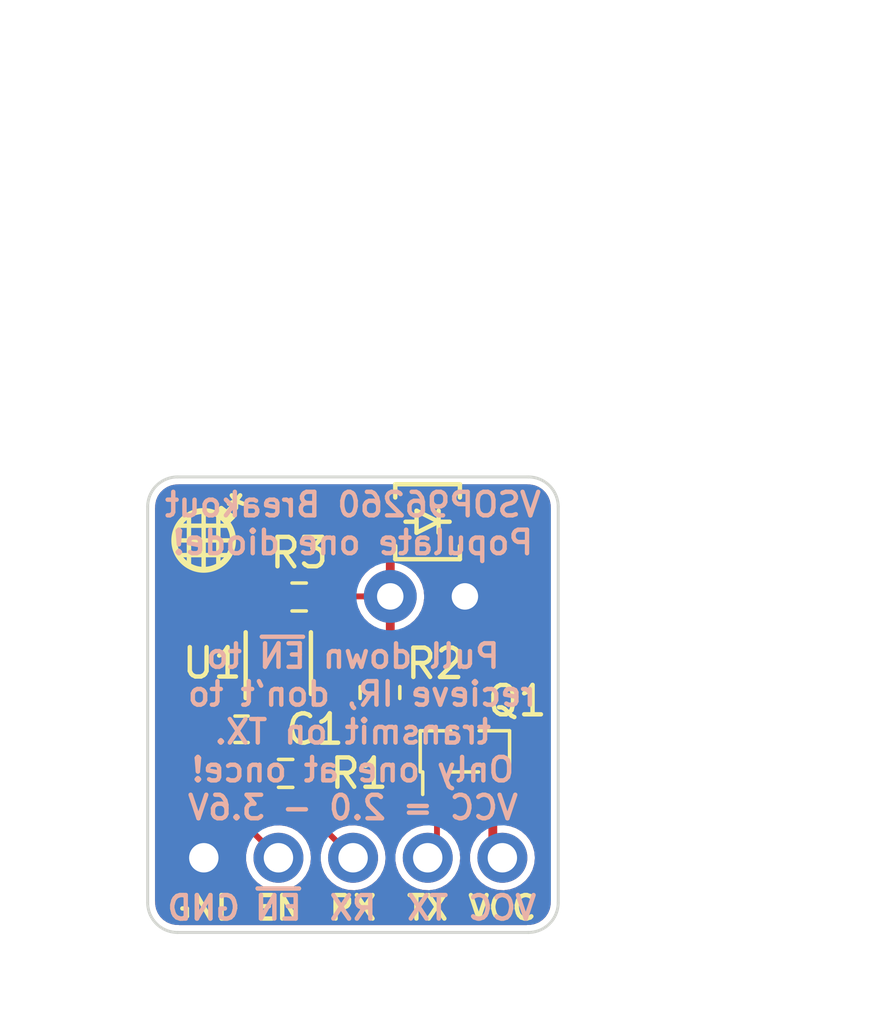
<source format=kicad_pcb>
(kicad_pcb (version 20210424) (generator pcbnew)
  (layers (0 "F.Cu" signal) (31 "B.Cu" signal) (34 "B.Paste" user) (35 "F.Paste" user) (36 "B.SilkS" user "B.Silkscreen") (37 "F.SilkS" user "F.Silkscreen") (38 "B.Mask" user) (39 "F.Mask" user) (44 "Edge.Cuts" user))
  (net 0 "")
  (net 1 "Net-(C1-Pad1)")
  (net 2 "GND")
  (net 3 "Net-(D1-Pad2)")
  (net 4 "/IR_TX")
  (net 5 "VCC")
  (net 6 "Net-(R3-Pad2)")
  (net 7 "/IR_RX")
  (net 8 "~EN")
  (net 9 "Net-(Q1-Pad3)")
  (footprint "0Footprints:VISHAY_VSMB2948SL" (layer "F.Cu") (at 166.37 123.19 180)
    (fp_text reference "D1" hide)
    (fp_text value "VSMB2948SL")
    (fp_line (start -1.1 -1.275) (end 1.1 -1.275) (layer "F.SilkS") (width 0.15))
    (fp_line (start -1.1 -0.825) (end -1.1 -1.275) (layer "F.SilkS") (width 0.15))
    (fp_line (start 1.1 -1.275) (end 1.1 -0.825) (layer "F.SilkS") (width 0.15))
    (fp_line (start 1.1 1.275) (end -1.1 1.275) (layer "F.SilkS") (width 0.15))
    (fp_line (start 0.375 -0.375) (end -0.375 0) (layer "F.SilkS") (width 0.15))
    (fp_line (start -1.1 1.275) (end -1.1 0.825) (layer "F.SilkS") (width 0.15))
    (fp_line (start 0.75 0) (end 0.375 0) (layer "F.SilkS") (width 0.15))
    (fp_line (start 1.1 0.825) (end 1.1 1.275) (layer "F.SilkS") (width 0.15))
    (fp_line (start -0.375 0) (end 0.375 0.375) (layer "F.SilkS") (width 0.15))
    (fp_line (start -0.375 0.375) (end -0.375 -0.375) (layer "F.SilkS") (width 0.15))
    (fp_line (start 0.375 0.375) (end 0.375 -0.375) (layer "F.SilkS") (width 0.15))
    (fp_line (start -0.75 0) (end -0.375 0) (layer "F.SilkS") (width 0.15))
    (pad "1" smd roundrect (at -1.55 0 180) (size 0.9 1.2) (layers "F.Cu" "F.Paste" "F.Mask") (net 2 "GND"))
    (pad "2" smd roundrect (at 1.55 0 180) (size 0.9 1.2) (layers "F.Cu" "F.Paste" "F.Mask") (net 3 "Net-(D1-Pad2)"))
  )
  (footprint "0Footprints:RESC160X85X55L30" (layer "F.Cu") (at 161.54 131.75)
    (fp_text reference "R1" (at 2.5 0) (layer "F.SilkS"))
    (fp_text value "100R" hide)
    (fp_line (start -0.244 0.475) (end 0.244 0.475) (layer "F.SilkS") (width 0.12))
    (fp_line (start -0.244 -0.475) (end 0.244 -0.475) (layer "F.SilkS") (width 0.12))
    (pad "1" smd roundrect (at -0.775 0) (size 0.821 0.979) (layers "F.Cu" "F.Paste" "F.Mask") (roundrect_rratio 0.2497003654) (net 1 "Net-(C1-Pad1)"))
    (pad "2" smd roundrect (at 0.775 0) (size 0.821 0.979) (layers "F.Cu" "F.Paste" "F.Mask") (roundrect_rratio 0.2497003654) (net 5 "VCC"))
  )
  (footprint "0Footprints:RESC200X125X70L50" (layer "F.Cu") (at 164.75 129 -90)
    (fp_text reference "R2" (at -0.984 -1.874) (layer "F.SilkS"))
    (fp_text value "10R" hide)
    (fp_line (start -0.202 -0.675) (end 0.202 -0.675) (layer "F.SilkS") (width 0.12))
    (fp_line (start -0.202 0.675) (end 0.202 0.675) (layer "F.SilkS") (width 0.12))
    (pad "1" smd roundrect (at -0.865 0 270) (size 1.085 1.379) (layers "F.Cu" "F.Paste" "F.Mask") (roundrect_rratio 0.2304) (net 3 "Net-(D1-Pad2)"))
    (pad "2" smd roundrect (at 0.865 0 270) (size 1.085 1.379) (layers "F.Cu" "F.Paste" "F.Mask") (roundrect_rratio 0.2304) (net 9 "Net-(Q1-Pad3)"))
  )
  (footprint "LED_THT:LED_D5.0mm_Horizontal_O1.27mm_Z3.0mm_IRGrey" (layer "F.Cu") (at 167.64 125.73 180)
    (fp_text reference "D2" hide)
    (fp_text value "TSAL6400")
    (pad "1" thru_hole roundrect locked (at 0 0 180) (size 1.8 1.8) (drill 0.9) (layers *.Cu *.Mask) (roundrect_rratio 0.139) (net 2 "GND"))
    (pad "2" thru_hole circle locked (at 2.54 0 180) (size 1.8 1.8) (drill 0.9) (layers *.Cu *.Mask) (net 3 "Net-(D1-Pad2)"))
  )
  (footprint "0Footprints:SOT23-3P95_237X112L50X40N" (layer "F.Cu") (at 167.64 131)
    (fp_text reference "Q1" (at 1.778 -1.714 180) (layer "F.SilkS"))
    (fp_text value " TSM2323" hide)
    (fp_line (start 0.485 -0.7) (end 1.52 -0.7) (layer "F.SilkS") (width 0.12))
    (fp_line (start 0.465 0.7) (end -0.465 0.7) (layer "F.SilkS") (width 0.12))
    (fp_line (start -1.52 0.7) (end -1.52 -0.7) (layer "F.SilkS") (width 0.12))
    (fp_line (start -1.52 -0.7) (end -0.485 -0.7) (layer "F.SilkS") (width 0.12))
    (fp_line (start 1.52 -0.7) (end 1.52 0.7) (layer "F.SilkS") (width 0.12))
    (fp_line (start -1.435 0.7) (end -1.435 1.466) (layer "F.SilkS") (width 0.12))
    (pad "1" smd roundrect (at -0.95 1.113 90) (size 0.826 0.609) (layers "F.Cu" "F.Paste" "F.Mask") (roundrect_rratio 0.2495993432) (net 4 "/IR_TX"))
    (pad "2" smd roundrect (at 0.95 1.113 90) (size 0.826 0.609) (layers "F.Cu" "F.Paste" "F.Mask") (roundrect_rratio 0.2495993432) (net 5 "VCC"))
    (pad "3" smd roundrect (at 0 -1.113 90) (size 0.826 0.609) (layers "F.Cu" "F.Paste" "F.Mask") (roundrect_rratio 0.2495993432) (net 9 "Net-(Q1-Pad3)"))
  )
  (footprint "0Footprints:SON9P50_200X200X76L30X25T160X90N" (layer "F.Cu") (at 161.29 128)
    (fp_text reference "U1" (at -2.25 0) (layer "F.SilkS"))
    (fp_text value "VSOP98260")
    (fp_line (start -1.11 1.05) (end -1.11 -1.05) (layer "F.SilkS") (width 0.15))
    (fp_line (start -1.11 1.05) (end -1.11 1.19) (layer "F.SilkS") (width 0.15))
    (fp_line (start 1.11 1.05) (end 1.11 -1.05) (layer "F.SilkS") (width 0.15))
    (pad "1" smd rect (at -0.75 0.957 90) (size 0.615 0.27) (layers "F.Cu" "F.Paste" "F.Mask"))
    (pad "2" smd rect (at -0.25 0.957 90) (size 0.615 0.27) (layers "F.Cu" "F.Paste" "F.Mask") (net 1 "Net-(C1-Pad1)"))
    (pad "3" smd rect (at 0.25 0.957 90) (size 0.615 0.27) (layers "F.Cu" "F.Paste" "F.Mask") (net 7 "/IR_RX"))
    (pad "4" smd rect (at 0.75 0.957 90) (size 0.615 0.27) (layers "F.Cu" "F.Paste" "F.Mask"))
    (pad "5" smd rect (at 0.75 -0.957 90) (size 0.615 0.27) (layers "F.Cu" "F.Paste" "F.Mask"))
    (pad "6" smd rect (at 0.25 -0.957 90) (size 0.615 0.27) (layers "F.Cu" "F.Paste" "F.Mask") (net 8 "~EN"))
    (pad "7" smd rect (at -0.25 -0.957 90) (size 0.615 0.27) (layers "F.Cu" "F.Paste" "F.Mask") (net 6 "Net-(R3-Pad2)"))
    (pad "8" smd rect (at -0.75 -0.957 90) (size 0.615 0.27) (layers "F.Cu" "F.Paste" "F.Mask") (net 8 "~EN"))
    (pad "9" smd rect (at 0 0 90) (size 0.9 1.6) (layers "F.Cu" "F.Mask") (net 8 "~EN"))
  )
  (footprint "0Footprints:CAPC160X80X90L30" (layer "F.Cu") (at 160.04 130.25 180)
    (fp_text reference "C1" (at -2.5 0) (layer "F.SilkS"))
    (fp_text value "4u7" hide)
    (fp_line (start -0.225 -0.45) (end 0.225 -0.45) (layer "F.SilkS") (width 0.12))
    (fp_line (start -0.225 0.45) (end 0.225 0.45) (layer "F.SilkS") (width 0.12))
    (pad "1" smd roundrect (at -0.755 0 180) (size 0.82 0.929) (layers "F.Cu" "F.Paste" "F.Mask") (net 1 "Net-(C1-Pad1)"))
    (pad "2" smd roundrect (at 0.755 0 180) (size 0.82 0.929) (layers "F.Cu" "F.Paste" "F.Mask") (net 2 "GND"))
  )
  (footprint "0Footprints:RESC160X85X55L30" (layer "F.Cu") (at 162 125.75 180)
    (fp_text reference "R3" (at 0 1.5) (layer "F.SilkS"))
    (fp_text value "100k" hide)
    (fp_line (start -0.244 0.475) (end 0.244 0.475) (layer "F.SilkS") (width 0.12))
    (fp_line (start -0.244 -0.475) (end 0.244 -0.475) (layer "F.SilkS") (width 0.12))
    (pad "1" smd roundrect (at -0.775 0 180) (size 0.821 0.979) (layers "F.Cu" "F.Paste" "F.Mask") (roundrect_rratio 0.2497003654) (net 3 "Net-(D1-Pad2)"))
    (pad "2" smd roundrect (at 0.775 0 180) (size 0.821 0.979) (layers "F.Cu" "F.Paste" "F.Mask") (roundrect_rratio 0.2497003654) (net 6 "Net-(R3-Pad2)"))
  )
  (footprint "Connector_PinHeader_2.54mm:PinHeader_1x05_P2.54mm_Vertical" (layer "B.Cu") (at 158.755 134.62 -90)
    (fp_text reference "J1" hide)
    (fp_text value "Conn_01x05")
    (pad "1" thru_hole roundrect locked (at 0 0 270) (size 1.7 1.7) (drill 1) (layers *.Cu *.Mask) (roundrect_rratio 0.147) (net 2 "GND"))
    (pad "2" thru_hole oval locked (at 0 -2.54 270) (size 1.7 1.7) (drill 1) (layers *.Cu *.Mask) (net 8 "~EN"))
    (pad "3" thru_hole oval locked (at 0 -5.08 270) (size 1.7 1.7) (drill 1) (layers *.Cu *.Mask) (net 7 "/IR_RX"))
    (pad "4" thru_hole oval locked (at 0 -7.62 270) (size 1.7 1.7) (drill 1) (layers *.Cu *.Mask) (net 4 "/IR_TX"))
    (pad "5" thru_hole oval locked (at 0 -10.16 270) (size 1.7 1.7) (drill 1) (layers *.Cu *.Mask) (net 5 "VCC"))
  )
  (gr_line (start 159.25 123.825) (end 159.25 122.975) (layer "F.SilkS") (width 0.15))
  (gr_line (start 159.2 122.925) (end 159.35 122.725) (layer "F.SilkS") (width 0.15))
  (gr_line (start 158.75 123.825) (end 158.75 124.825) (layer "F.SilkS") (width 0.15))
  (gr_line (start 159.75 123.025) (end 159.55 123.225) (layer "F.SilkS") (width 0.15))
  (gr_line (start 158.75 123.325) (end 159.6 123.325) (layer "F.SilkS") (width 0.15))
  (gr_line (start 158.25 123.825) (end 158.25 122.975) (layer "F.SilkS") (width 0.15))
  (gr_line (start 159.275 122.825) (end 159.65 123.075) (layer "F.SilkS") (width 0.15))
  (gr_line (start 158.75 124.325) (end 157.9 124.325) (layer "F.SilkS") (width 0.15))
  (gr_line (start 159.4625 122.95) (end 159.85 122.525) (layer "F.SilkS") (width 0.15))
  (gr_line (start 158.75 123.825) (end 157.75 123.825) (layer "F.SilkS") (width 0.15))
  (gr_line (start 158.75 124.325) (end 159.6 124.325) (layer "F.SilkS") (width 0.15))
  (gr_line (start 158.75 123.825) (end 159.75 123.825) (layer "F.SilkS") (width 0.15))
  (gr_line (start 159.35 122.725) (end 159.75 123.025) (layer "F.SilkS") (width 0.15))
  (gr_circle (center 158.75 123.825) (end 159.75 123.825) (layer "F.SilkS") (width 0.2) (fill none))
  (gr_line (start 159.65 123.075) (end 159.55 123.125) (layer "F.SilkS") (width 0.15))
  (gr_line (start 159.25 123.825) (end 159.25 124.675) (layer "F.SilkS") (width 0.15))
  (gr_line (start 158.75 123.825) (end 158.75 122.8852) (layer "F.SilkS") (width 0.15))
  (gr_line (start 158.75 123.325) (end 157.9 123.325) (layer "F.SilkS") (width 0.15))
  (gr_line (start 158.25 123.825) (end 158.25 124.675) (layer "F.SilkS") (width 0.15))
  (gr_line (start 169.799 137.16) (end 157.861 137.16) (layer "Edge.Cuts") (width 0.1))
  (gr_line (start 170.815 122.682) (end 170.815 136.144) (layer "Edge.Cuts") (width 0.1))
  (gr_arc (start 169.799 136.144) (end 170.815 136.144) (angle 90) (layer "Edge.Cuts") (width 0.1))
  (gr_arc (start 169.799 122.682) (end 169.799 121.666) (angle 90) (layer "Edge.Cuts") (width 0.1))
  (gr_line (start 157.861 121.666) (end 169.799 121.666) (layer "Edge.Cuts") (width 0.1))
  (gr_arc (start 157.861 122.682) (end 156.845 122.682) (angle 90) (layer "Edge.Cuts") (width 0.1))
  (gr_arc (start 157.861 136.144) (end 157.861 137.16) (angle 90) (layer "Edge.Cuts") (width 0.1))
  (gr_line (start 156.845 136.144) (end 156.845 122.682) (layer "Edge.Cuts") (width 0.1))
  (gr_text "TX" (at 166.37 136.325) (layer "B.SilkS") (effects (font (size 0.8 0.8)) (justify mirror)))
  (gr_text "~EN" (at 161.29 136.325) (layer "B.SilkS") (effects (font (size 0.8 0.8)) (justify mirror)))
  (gr_text "VCC" (at 168.91 136.325) (layer "B.SilkS") (effects (font (size 0.8 0.8)) (justify mirror)))
  (gr_text "VSOP96260 Breakout\nPopulate one diode!\n\n\nPull down ~EN~ to\nrecieve IR, don't to \ntransmit on TX.\nOnly one at once!\nVCC = 2.0 - 3.6V" (at 163.83 127.762) (layer "B.SilkS") (effects (font (size 0.8 0.8)) (justify mirror)))
  (gr_text "GND" (at 158.75 136.325) (layer "B.SilkS") (effects (font (size 0.8 0.8)) (justify mirror)))
  (gr_text "RX" (at 163.83 136.325) (layer "B.SilkS") (effects (font (size 0.8 0.8)) (justify mirror)))
  (gr_text "~EN" (at 161.29 136.325) (layer "F.SilkS") (effects (font (size 0.8 0.8))))
  (gr_text "VCC" (at 168.91 136.325) (layer "F.SilkS") (effects (font (size 0.8 0.8))))
  (gr_text "*" (at 159.85 122.175 180) (layer "F.SilkS") (effects (font (size 1 1))))
  (gr_text "TX" (at 166.37 136.325) (layer "F.SilkS") (effects (font (size 0.8 0.8))))
  (gr_text "GND" (at 158.75 136.325) (layer "F.SilkS") (effects (font (size 0.8 0.8))))
  (gr_text "RX" (at 163.83 136.325) (layer "F.SilkS") (effects (font (size 0.8 0.8))))
  (segment (start 160.765 131.75) (end 160.765 130.28) (width 0.2) (layer "F.Cu") (net 1))
  (segment (start 160.765 130.28) (end 160.795 130.25) (width 0.2) (layer "F.Cu") (net 1))
  (segment (start 161.04 129.43862) (end 161.04 128.957) (width 0.2) (layer "F.Cu") (net 1))
  (segment (start 160.75 129.72862) (end 161.04 129.43862) (width 0.2) (layer "F.Cu") (net 1))
  (segment (start 160.75 130.205) (end 160.75 129.72862) (width 0.2) (layer "F.Cu") (net 1))
  (segment (start 160.795 130.25) (end 160.75 130.205) (width 0.2) (layer "F.Cu") (net 1))
  (segment (start 163.75 127.900212) (end 162.249788 126.4) (width 0.15) (layer "F.Cu") (net 2))
  (segment (start 165.75 129) (end 163.75 129) (width 0.15) (layer "F.Cu") (net 2))
  (segment (start 163.75 129) (end 163.75 127.900212) (width 0.15) (layer "F.Cu") (net 2))
  (segment (start 162.249788 126.4) (end 162.1 126.4) (width 0.15) (layer "F.Cu") (net 2))
  (segment (start 162.795 125.73) (end 162.775 125.75) (width 0.2) (layer "F.Cu") (net 3))
  (segment (start 165.1 127.15) (end 165.1 125.73) (width 0.3) (layer "F.Cu") (net 3))
  (segment (start 164.82 124.24) (end 165.1 124.52) (width 0.3) (layer "F.Cu") (net 3))
  (segment (start 165.1 125.73) (end 162.795 125.73) (width 0.2) (layer "F.Cu") (net 3))
  (segment (start 164.82 123.19) (end 164.82 124.24) (width 0.3) (layer "F.Cu") (net 3))
  (segment (start 164.75 128.135) (end 164.75 127.5) (width 0.3) (layer "F.Cu") (net 3))
  (segment (start 164.75 127.5) (end 165.1 127.15) (width 0.3) (layer "F.Cu") (net 3))
  (segment (start 165.1 124.52) (end 165.1 125.73) (width 0.3) (layer "F.Cu") (net 3))
  (segment (start 166.69 134.305) (end 166.375 134.62) (width 0.2) (layer "F.Cu") (net 4))
  (segment (start 166.69 132.113) (end 166.69 134.305) (width 0.2) (layer "F.Cu") (net 4))
  (segment (start 168.59 134.295) (end 168.915 134.62) (width 0.3) (layer "F.Cu") (net 5))
  (segment (start 164.64952 131.35048) (end 164.25 131.75) (width 0.3) (layer "F.Cu") (net 5))
  (segment (start 168.59 132.113) (end 167.82748 131.35048) (width 0.3) (layer "F.Cu") (net 5))
  (segment (start 168.59 132.113) (end 168.59 134.295) (width 0.3) (layer "F.Cu") (net 5))
  (segment (start 167.82748 131.35048) (end 164.64952 131.35048) (width 0.3) (layer "F.Cu") (net 5))
  (segment (start 164.25 131.75) (end 162.315 131.75) (width 0.3) (layer "F.Cu") (net 5))
  (segment (start 161.25 126.435989) (end 161.04 126.645989) (width 0.2) (layer "F.Cu") (net 6))
  (segment (start 161.04 126.645989) (end 161.04 127.043) (width 0.2) (layer "F.Cu") (net 6))
  (segment (start 161.225 125.75) (end 161.25 125.775) (width 0.2) (layer "F.Cu") (net 6))
  (segment (start 161.25 125.775) (end 161.25 126.435989) (width 0.2) (layer "F.Cu") (net 6))
  (segment (start 161.54 128.957) (end 161.54 132.325) (width 0.2) (layer "F.Cu") (net 7))
  (segment (start 161.54 132.325) (end 163.835 134.62) (width 0.2) (layer "F.Cu") (net 7))
  (segment (start 161.54 132.325) (end 161.965 132.75) (width 0.2) (layer "F.Cu") (net 7))
  (segment (start 160.04 128.25) (end 160.04 133.365) (width 0.2) (layer "F.Cu") (net 8))
  (segment (start 161.54 127.043) (end 161.54 127.75) (width 0.3) (layer "F.Cu") (net 8))
  (segment (start 160.54 127.6505) (end 160.8895 128) (width 0.3) (layer "F.Cu") (net 8))
  (segment (start 160.54 127.043) (end 160.54 127.6505) (width 0.3) (layer "F.Cu") (net 8))
  (segment (start 160.04 133.365) (end 161.295 134.62) (width 0.2) (layer "F.Cu") (net 8))
  (segment (start 161.29 128) (end 160.29 128) (width 0.2) (layer "F.Cu") (net 8))
  (segment (start 161.54 127.75) (end 161.29 128) (width 0.3) (layer "F.Cu") (net 8))
  (segment (start 160.29 128) (end 160.04 128.25) (width 0.2) (layer "F.Cu") (net 8))
  (segment (start 160.8895 128) (end 161.29 128) (width 0.3) (layer "F.Cu") (net 8))
  (segment (start 164.75 129.865) (end 167.618 129.865) (width 0.3) (layer "F.Cu") (net 9))
  (segment (start 167.618 129.865) (end 167.64 129.887) (width 0.3) (layer "F.Cu") (net 9))
  (zone (net 2) (net_name "GND") (layers F&B.Cu) (connect_pads yes (clearance 0.25)) (min_thickness 0.2) (fill yes (thermal_gap 0.5) (thermal_bridge_width 0.5))
    (polygon (pts (xy 176.52 139.872) (xy 151.82 140.272) (xy 154.42 119.172) (xy 172.72 118.872)))
  )
)
</source>
